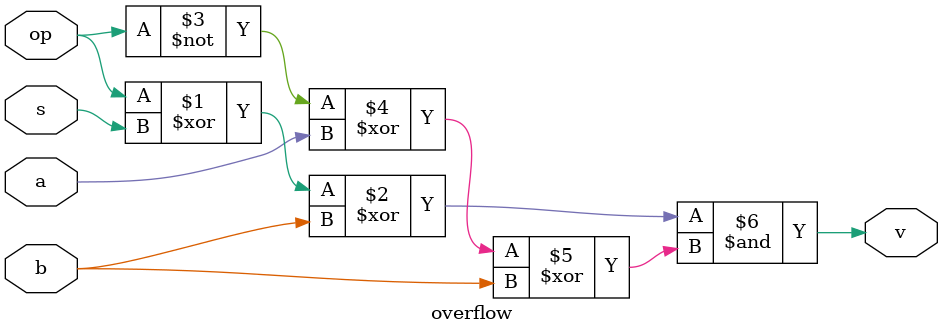
<source format=v>
`define STACK_VECTOR	32'h00000000
`define RESET_VECTOR	32'h00000004
`define NMI_VECTOR		32'h0000007C
`define IRQ_VECTOR		32'h00000064
`define TRAP_VECTOR		32'h00000080
`define TRAPV_VECTOR	32'h0000001C
`define TRACE_VECTOR	32'h00000024
`define BUS_ERR_VECTOR	32'h00000008
`define ILLEGAL_INSN	32'h00000010
`define PRIVILEGE_VIOLATION	32'h00000020

`define MISC	6'd0
`define JMP32		6'd32
`define JSR32		6'd33
`define RTS			6'd34
`define RTI			6'd35
`define TRACE_ON	6'd48
`define TRACE_OFF	6'd49
`define USER_MODE	6'd50
`define SET_IM		6'd51
`define RST			6'd52
`define STOP		6'd53
`define R		6'd1
`define ABS			6'd1
`define SGN			6'd2
`define NEG			6'd3
`define NOT			6'd4
`define EXTB		6'd5
`define EXTH		6'd6
`define UNLK		6'd24
`define MTSPR		6'd32
`define MFSPR		6'd33
`define MOV_CRn2CRn	6'd48
`define MOV_CRn2REG	6'd49
`define MOV_REG2CRn	6'd50
`define EXEC		6'd63
`define RR		6'd2
`define ADD			6'd4
`define SUB			6'd5
`define CMP			6'd6
`define AND			6'd8
`define OR			6'd9
`define EOR			6'd10
`define ANDC		6'd11
`define NAND		6'd12
`define NOR			6'd13
`define ENOR		6'd14
`define ORC			6'd15
`define SHL			6'd16
`define SHR			6'd17
`define ROL			6'd18
`define ROR			6'd19
`define JMP_RR		6'd20
`define JSR_RR		6'd21
`define MAX			6'd22
`define MIN			6'd23
`define MULU		6'd24
`define MULUH		6'd25
`define MULS		6'd26
`define MULSH		6'd27
`define DIVU		6'd28
`define DIVS		6'd29
`define MODU		6'd30
`define MODS		6'd31
`define LWX			6'd48
`define LHX			6'd49
`define LBX			6'd50
`define LHUX		6'd51
`define LBUX		6'd52
`define SWX			6'd56
`define SHX			6'd57
`define SBX			6'd58
`define BCDADD		6'd60
`define BCDSUB		6'd61
`define RRR		6'd3
`define ADDI	6'd4
`define SUBI	6'd5
`define CMPI	6'd6
`define ANDI	6'd8
`define ORI		6'd9
`define EORI	6'd10
`define MULUI	6'd12
`define MULSI	6'd13
`define DIVUI	6'd14
`define DIVSI	6'd15
`define Bcc		6'd16
`define BRA			4'd0
`define BRN			4'd1
`define BHI			4'd2
`define BLS			4'd3
`define BHS			4'd4
`define BLO			4'd5
`define BNE			4'd6
`define BEQ			4'd7
`define BVC			4'd8
`define BVS			4'd9
`define BPL			4'd10
`define BMI			4'd11
`define BGE			4'd12
`define BLT			4'd13
`define BGT			4'd14
`define BLE			4'd15
`define TRAPcc	6'd17
`define TRAP		4'd0
`define TRN			4'd1
`define THI			4'd2
`define TLS			4'd3
`define THS			4'd4
`define TLO			4'd5
`define TNE			4'd6
`define TEQ			4'd7
`define TVC			4'd8
`define TVS			4'd9
`define TPL			4'd10
`define TMI			4'd11
`define TGE			4'd12
`define TLT			4'd13
`define TGT			4'd14
`define TLE			4'd15
`define SETcc	6'd18
`define SET			4'd0
`define STN			4'd1
`define SHI			4'd2
`define SLS			4'd3
`define SHS			4'd4
`define SLO			4'd5
`define SNE			4'd6
`define SEQ			4'd7
`define SVC			4'd8
`define SVS			4'd9
`define SPL			4'd10
`define SMI			4'd11
`define SGE			4'd12
`define SLT			4'd13
`define SGT			4'd14
`define SLE			4'd15
`define CRxx	6'd19
`define ANDI_CCR	5'd8
`define ORI_CCR		5'd9
`define EORI_CCR	5'd10
`define CROR		10'd449
`define CRORC		10'd417
`define CRAND		10'd257
`define CRANDC		10'd129
`define CRXOR		10'd193
`define CRNOR		10'd33
`define CRNAND		10'd225
`define CRXNOR		10'd289
`define JMP		6'd20
`define JSR		6'd21

`define TAS		6'd46
`define LW		6'd48
`define LH		6'd49
`define LB		6'd50
`define LHU		6'd51
`define LBU		6'd52
`define POP		6'd53
`define LINK	6'd54
`define PEA		6'd55
`define SW		6'd56
`define SH		6'd57
`define SB		6'd58
`define PUSH	6'd59
`define NOP		6'd60

module KLC32(rst_i, clk_i, ipl_i, vpa_i, halt_i, inta_o, fc_o, rst_o, cyc_o, stb_o, ack_i, err_i, sel_o, we_o, adr_o, dat_i, dat_o);
parameter IFETCH = 8'd1;
parameter REGFETCHA = 8'd2;
parameter REGFETCHB = 8'd3;
parameter EXECUTE = 8'd4;
parameter MEMORY1 = 8'd5;
parameter MEMORY1_ACK = 8'd6;
parameter WRITEBACK = 8'd7;
parameter JSR1 = 8'd10;
parameter JSR2 = 8'd11;
parameter JSRShort = 8'd12;
parameter RTS = 8'd13;
parameter JMP = 8'd14;
parameter LOAD_SP = 8'd15;
parameter VECTOR = 8'd16;
parameter INTA = 8'd20;
parameter FETCH_VECTOR = 8'd21;
parameter TRAP1 = 8'd22;
parameter TRAP2 = 8'd23;
parameter TRAP3 = 8'd24;
parameter RTI1 = 8'd25;
parameter RTI2 = 8'd26;
parameter RTI3 = 8'd27;
parameter TRAP = 8'd28;
parameter RESET = 8'd29;
parameter JSR32 = 8'd30;
parameter JMP32 = 8'd31;
parameter WRITE_FLAGS = 8'd32;
parameter FETCH_IMM32 = 8'd33;
parameter REGFETCHC = 8'd34;
parameter PUSH1 = 8'd35;
parameter PUSH2 = 8'd36;
parameter PUSH3 = 8'd37;
parameter POP1 = 8'd38;
parameter POP2 = 8'd39;
parameter POP3 = 8'd40;
parameter LINK = 8'd41;
parameter UNLK = 8'd42;
parameter TAS = 8'd43;
parameter TAS2 = 8'd44;
parameter PEA = 8'd45;
parameter MULTDIV1 = 8'd49;
parameter MULTDIV2 = 8'd50;
parameter MULT1 = 8'd51;
parameter MULT2 = 8'd52;
parameter MULT3 = 8'd53;
parameter MULT4 = 8'd54;
parameter MULT5 = 8'd55;
parameter MULT6 = 8'd56;
parameter MULT7 = 8'd57;
parameter DIV1 = 8'd61;
parameter DIV2 = 8'd62;
input rst_i;
input clk_i;
input [2:0] ipl_i;
input vpa_i;
input halt_i;
output inta_o;
reg inta_o;
output [2:0] fc_o;
reg [2:0] fc_o;
output rst_o;
output cyc_o;
reg cyc_o;
output stb_o;
reg stb_o;
input ack_i;
input err_i;
output we_o;
reg we_o;
output [3:0] sel_o;
reg [3:0] sel_o;
output [31:0] adr_o;
reg [31:0] adr_o;
input [31:0] dat_i;
output [31:0] dat_o;
reg [31:0] dat_o;

reg cpu_clk_en;
reg clk_en;
wire clk;

reg [7:0] state;
reg [31:0] ir;
reg tf,sf;
reg [31:0] pc;
reg [31:0] usp,ssp;
reg [31:0] ctr;
wire [5:0] opcode=ir[31:26];
reg Rcbit;
reg [5:0] mopcode;
wire [5:0] func=ir[5:0];
wire [9:0] func1=ir[10:1];
wire [3:0] cond=ir[19:16];
wire [31:0] brdisp = {{16{ir[15]}},ir[15:2],2'b0};
reg [4:0] Rn;
reg [31:0] regfile [31:0];
wire [31:0] rfo1 = regfile[Rn];
wire [31:0] rfo = (Rn==5'd0) ? 32'd0 : (Rn==5'd31) ? (sf ? ssp : usp) : rfo1;
reg vf,nf,cf,zf;
reg xer_ov,xer_ca,xer_so;
reg [2:0] im;
reg [2:0] iplr;
reg [7:0] vecnum;
reg [31:0] vector;
reg [31:0] ea;
reg [15:0] rstsh;
assign rst_o = rstsh[15];
reg prev_nmi;
reg nmi_edge;
reg [31:0] sr1;
reg [31:0] tgt;
reg [31:0] a,b,c,imm,aa,bb;
wire signed [31:0] as = a;
wire signed [31:0] bs = b;
reg [31:0] res;
reg [3:0] cr0,cr1,cr2,cr3,cr4,cr5,cr6,cr7;
wire [31:0] cr = {cr7,cr6,cr5,cr4,cr3,cr2,cr1,cr0};
wire [31:0] sr = {tf,1'b0,sf,2'b00,im,16'd0};
reg [31:0] tick;
reg [31:0] be_addr;

reg [5:0] cnt;
reg [31:0] div_r0;
reg [31:0] div_q0;
reg [31:0] div_q,div_r;
wire [32:0] div_dif = div_r0 - bb;

wire IsSubi = opcode==`SUBI;
wire IsCmpi = opcode==`CMPI;
wire IsSub = opcode==`RR && func==`SUB;
wire IsCmp = opcode==`RR && func==`CMP;
wire IsNeg = opcode==`R && func==`NEG;
wire IsDivi = opcode==`DIVUI || opcode==`DIVSI;
wire IsDivu = opcode==`DIVUI || (opcode==`RR && (func==`DIVU || func==`MODU));
wire IsMult = opcode==`MULUI || opcode==`MULSI || (opcode==`RR && (func==`MULU || func==`MULS || func==`MULUH || func==`MULSH));
wire IsDiv = opcode==`DIVUI || opcode==`DIVSI || (opcode==`RR && (func==`DIVU || func==`DIVS || func==`MODU || func==`MODS));

wire hasConst16 = 
	opcode==`ADDI || opcode==`SUBI || opcode==`CMPI ||
	opcode==`ANDI || opcode==`ORI || opcode==`EORI ||
	opcode==`LW || opcode==`LH || opcode==`LB || opcode==`LHU || opcode==`LBU ||
	opcode==`SW || opcode==`SH || opcode==`SB ||
	opcode==`PEA || opcode==`TAS || opcode==`LINK
	;
wire isStop =
	opcode==`MISC && (func==`STOP)
	;

wire c_ri,c_rr;
wire v_ri,v_rr;
carry u1 (.op(IsSubi|IsCmpi), .a(a[31]), .b(imm[31]), .s(res[31]), .c(c_ri));
carry u2 (.op(IsSub|IsCmp|IsNeg), .a(a[31]), .b(b[31]), .s(res[31]), .c(c_rr));
overflow u3 (.op(IsSubi|IsCmpi), .a(a[31]), .b(imm[31]), .s(res[31]), .v(v_ri));
overflow u4 (.op(IsSub|IsCmp|IsNeg), .a(a[31]), .b(b[31]), .s(res[31]), .v(v_rr));

wire [7:0] bcdaddo,bcdsubo;
wire bcdaddc,bcdsubc;
BCDAdd u5 (.ci(cr0[0]),.a(a[7:0]),.b(b[7:0]),.o(bcdaddo),.c(bcdaddc));
BCDSub u6 (.ci(cr0[0]),.a(a[7:0]),.b(b[7:0]),.o(bcdsubo),.c(bcdsubc));

wire [63:0] shlo = {32'd0,a} << b[4:0];
wire [63:0] shro = {a,32'd0} >> b[4:0];

reg res_sgn;
wire [31:0] mp0 = aa[15:0] * bb[15:0];
wire [31:0] mp1 = aa[15:0] * bb[31:16];
wire [31:0] mp2 = aa[31:16] * bb[15:0];
wire [31:0] mp3 = aa[31:16] * bb[31:16];
reg [63:0] prod;
wire divByZero;

function GetCrBit;
input [4:0] Rn;
begin
	case(Rn[4:2])
	3'd0:	GetCrBit = cr0[Rn[1:0]];
	3'd1:	GetCrBit = cr1[Rn[1:0]];
	3'd2:	GetCrBit = cr2[Rn[1:0]];
	3'd3:	GetCrBit = cr3[Rn[1:0]];
	3'd4:	GetCrBit = cr4[Rn[1:0]];
	3'd5:	GetCrBit = cr5[Rn[1:0]];
	3'd6:	GetCrBit = cr6[Rn[1:0]];
	3'd7:	GetCrBit = cr7[Rn[1:0]];
	endcase
end
endfunction

function [3:0] GetCr;
input [2:0] Rn;
begin
	case(Rn)
	3'd0:	GetCr = cr0;
	3'd1:	GetCr = cr1;
	3'd2:	GetCr = cr2;
	3'd3:	GetCr = cr3;
	3'd4:	GetCr = cr4;
	3'd5:	GetCr = cr5;
	3'd6:	GetCr = cr6;
	3'd7:	GetCr = cr7;
	endcase
end
endfunction

wire [3:0] crc = GetCr(Rn[4:2]);
wire cr_zf = crc[2];
wire cr_nf = crc[3];
wire cr_cf = crc[0];
wire cr_vf = crc[1];

//-----------------------------------------------------------------------------
// Clock control
// - reset or NMI reenables the clock
// - this circuit must be under the clk_i domain
//-----------------------------------------------------------------------------
//
//BUFGCE u20 (.CE(cpu_clk_en), .I(clk_i), .O(clk) );

always @(posedge clk_i)
if (rst_i) begin
	cpu_clk_en <= 1'b1;
end
else begin
	if (ipl_i==3'd7)
		cpu_clk_en <= 1'b1;
	else
		cpu_clk_en <= clk_en;
end


//-----------------------------------------------------------------------------
//-----------------------------------------------------------------------------

always @(posedge clk)
if (rst_i) begin
	prev_nmi <= 1'b0;
	nmi_edge <= 1'b0;
	state <= RESET;
	im <= 3'b111;
	sf <= 1'b1;
	tf <= 1'b0;
	inta_o <= 1'b0;
	cyc_o <= 1'b0;
	stb_o <= 1'b0;
	sel_o <= 4'b0000;
	we_o <= 1'b0;
	clk_en <= 1'b1;
	tick <= 32'd0;
	rstsh <= 16'hFFFF;
end
else begin
tick <= tick + 32'd1;
clk_en <= 1'b1;
rstsh <= {rstsh,1'b0};
prev_nmi <= ipl_i==3'd7;
if (!prev_nmi && (ipl_i==3'd7))
	nmi_edge <= 1'b1;

case(state)
EXECUTE:
	begin
		state <= WRITEBACK;
		case(opcode)
		`R:
			begin
				case(func)
				`ABS:	res <= a[31] ? -a : a;
				`SGN:	res <= a[31] ? 32'hFFFFFFFF : |a;
				`NEG:	res <= -a;
				`NOT:	res <= ~a;
				`EXTB:	res <= {{24{a[7]}},a[7:0]};
				`EXTH:	res <= {{16{a[15]}},a[15:0]};
				`MFSPR:
					casex(ir[25:21])
					5'b00xxx:	res <= GetCr(ir[23:21]);
					5'b01000:	res <= cr;
					5'b01001:	res <= usp;
					5'b01010:	
							if (!sf) begin
								vector <= `PRIVILEGE_VIOLATION;
								state <= TRAP;
							end
							else begin
								res <= im;
							end
					5'b01011:	res <= be_addr;
					5'b01111:	res <= tick;
					endcase
				`MTSPR:
					casex(ir[20:16])
					5'b00xxx:	// MTSPR CRn,Rn
						begin
							state <= IFETCH;
							case(ir[18:16])
							3'd0:	cr0 <= a[3:0];
							3'd1:	cr1 <= a[3:0];
							3'd2:	cr2 <= a[3:0];
							3'd3:	cr3 <= a[3:0];
							3'd4:	cr4 <= a[3:0];
							3'd5:	cr5 <= a[3:0];
							3'd6:	cr6 <= a[3:0];
							3'd7:	cr7 <= a[3:0];
							endcase
						end
					5'b01000:	// MTSPR CR,Rn
						begin
							state <= IFETCH;
							cr0 <= a[3:0];
							cr1 <= a[7:4];
							cr2 <= a[11:8];
							cr3 <= a[15:12];
							cr4 <= a[19:16];
							cr5 <= a[23:20];
							cr6 <= a[27:24];
							cr7 <= a[31:28];
						end
					5'b01001:	usp <= a;	// MTSPR USP,Rn
					5'b01010:
							if (!sf) begin
								vector <= `PRIVILEGE_VIOLATION;
								state <= TRAP;
							end
							else begin
								im <= a[2:0];
								state <= IFETCH;
							end
					endcase
				`EXEC:
					begin
					ir <= a;
					Rn <= a[25:21];
					state <= REGFETCHA;
					end
				`MOV_CRn2CRn:
					begin
					state <= IFETCH;
					case(ir[18:16])
					3'd0:	cr0 <= GetCr(ir[23:21]);
					3'd1:	cr1 <= GetCr(ir[23:21]);
					3'd2:	cr2 <= GetCr(ir[23:21]);
					3'd3:	cr3 <= GetCr(ir[23:21]);
					3'd4:	cr4 <= GetCr(ir[23:21]);
					3'd5:	cr5 <= GetCr(ir[23:21]);
					3'd6:	cr6 <= GetCr(ir[23:21]);
					3'd7:	cr7 <= GetCr(ir[23:21]);
					endcase
					end
				default:	res <= 32'd0;
				endcase
			end
		`RR:
			begin
				case(func)
				`ADD:	res <= a + b;
				`SUB:	res <= a - b;
				`CMP:	res <= a - b;
				`AND:	res <= a & b;
				`ANDC:	res <= a & ~b;
				`OR:	res <= a | b;
				`ORC:	res <= a | ~b;
				`EOR:	res <= a ^ b;
				`NAND:	res <= ~(a & b);
				`NOR:	res <= ~(a | b);
				`ENOR:	res <= ~(a ^ b);
				`SHL:	res <= shlo[31: 0];
				`SHR:	res <= shro[63:32];
				`ROL:	res <= shlo[31:0]|shlo[63:32];
				`ROR:	res <= shro[31:0]|shro[63:32];
				`MIN:	res <= as < bs ? as : bs;
				`MAX:	res <= as < bs ? bs : as;
				`BCDADD:	res <= bcdaddo;
				`BCDSUB:	res <= bcdsubo;
				default:	res <= 32'd0;
				endcase
				if (func==`JMP_RR) begin
					pc <= a + b;
					pc[1:0] <= 2'b00;
					state <= IFETCH;
				end
				else if (func==`JSR_RR) begin
					tgt <= a + b;
					tgt[1:0] <= 2'b00;
					state <= JSR1;
				end
				case(func)
				`LWX:	begin ea <= a + b; mopcode <= `LW; state <= MEMORY1; end
				`LHX:	begin ea <= a + b; mopcode <= `LH; state <= MEMORY1; end
				`LHUX:	begin ea <= a + b; mopcode <= `LHU; state <= MEMORY1; end
				`LBX:	begin ea <= a + b; mopcode <= `LB; state <= MEMORY1; end
				`LBUX:	begin ea <= a + b; mopcode <= `LBU; state <= MEMORY1; end
				`SBX:	begin ea <= a + b; mopcode <= `SB; b <= c; state <= MEMORY1; end
				`SHX:	begin ea <= a + b; mopcode <= `SH; b <= c; state <= MEMORY1; end
				`SWX:	begin ea <= a + b; mopcode <= `SW; b <= c; state <= MEMORY1; end

				`MULU:	state <= MULTDIV1;
				`MULS:	state <= MULTDIV1;
				`MULUH:	state <= MULTDIV1;
				`MULSH:	state <= MULTDIV1;
				`DIVU:	state <= MULTDIV1;
				`DIVS:  state <= MULTDIV1;
				`MODU:	state <= MULTDIV1;
				`MODS:	state <= MULTDIV1;
				endcase
			end
		`SETcc:
			begin
				case(cond)
				`SET:	res <= 32'd1;
				`SEQ:	res <=  cr_zf;
				`SNE:	res <= !cr_zf;
				`SMI:	res <= ( cr_nf);
				`SPL:	res <= (!cr_zf);
				`SHI:	res <= (!cr_cf & !cr_zf);
				`SLS:	res <= (cf |zf);
				`SHS:	res <= (!cr_cf);
				`SLO:	res <= ( cr_cf);
				`SGT:	res <= ((cr_nf & cr_vf & !cr_zf)|(!cr_nf & !cr_vf & !cr_zf));
				`SLE:	res <= (cr_zf | (cr_nf & !cr_vf) | (!cr_nf & cr_vf));
				`SGE:	res <= ((cr_nf & cr_vf)|(!cr_nf & !cr_vf));
				`SLT:	res <= ((cr_nf & !cr_vf)|(!cr_nf & cr_vf));
				`SVS:	res <= ( cr_vf);
				`SVC:	res <= (!cr_vf);
				endcase
			end
		`ADDI:	res <= a + imm;
		`SUBI:	res <= a - imm;
		`CMPI:	res <= a - imm;
		`ANDI:	res <= a & imm;
		`ORI:	res <= a | imm;
		`EORI:	res <= a ^ imm;
/*
			case(ir[20:16])
			`ORI_CCR:
				begin
					state <= IFETCH;
					cr0 <= cr0 | imm[3:0];
					cr1 <= cr1 | imm[7:4];
					cr2 <= cr2 | imm[11:8];
					cr3 <= cr3 | imm[15:12];
					cr4 <= cr4 | imm[19:16];
					cr5 <= cr5 | imm[23:20];
					cr6 <= cr6 | imm[27:24];
					cr7 <= cr7 | imm[31:28];
				end
			`ANDI_CCR:
				begin
					state <= IFETCH;
					cr0 <= cr0 & imm[3:0];
					cr1 <= cr1 & imm[7:4];
					cr2 <= cr2 & imm[11:8];
					cr3 <= cr3 & imm[15:12];
					cr4 <= cr4 & imm[19:16];
					cr5 <= cr5 & imm[23:20];
					cr6 <= cr6 & imm[27:24];
					cr7 <= cr7 & imm[31:28];
				end
			`EORI_CCR:
				begin
					state <= IFETCH;
					cr0 <= cr0 ^ imm[3:0];
					cr1 <= cr1 ^ imm[7:4];
					cr2 <= cr2 ^ imm[11:8];
					cr3 <= cr3 ^ imm[15:12];
					cr4 <= cr4 ^ imm[19:16];
					cr5 <= cr5 ^ imm[23:20];
					cr6 <= cr6 ^ imm[27:24];
					cr7 <= cr7 ^ imm[31:28];
				end
			endcase
*/
		`LINK:	state <= LINK;
		`MULUI:	state <= MULTDIV1;
		`MULSI:	state <= MULTDIV1;
		`DIVUI:	state <= MULTDIV1;
		`DIVSI:	state <= MULTDIV1;
		default:	res <= 32'd0;
		endcase
		case(opcode)
		`TAS:	begin ea <= a + imm; mopcode <= opcode; state <= TAS; end
		`LW:	begin ea <= a + imm; mopcode <= opcode; state <= MEMORY1; end
		`LH:	begin ea <= a + imm; mopcode <= opcode; state <= MEMORY1; end
		`LB:	begin ea <= a + imm; mopcode <= opcode; state <= MEMORY1; end
		`LHU:	begin ea <= a + imm; mopcode <= opcode; state <= MEMORY1; end
		`LBU:	begin ea <= a + imm; mopcode <= opcode; state <= MEMORY1; end
		`SW:	begin ea <= a + imm; mopcode <= opcode; state <= MEMORY1; end
		`SH:	begin ea <= a + imm; mopcode <= opcode; state <= MEMORY1; end
		`SB:	begin ea <= a + imm; mopcode <= opcode; state <= MEMORY1; end
		`PEA:	begin ea <= a + imm; mopcode <= opcode; state <= PEA; end
		default:	ea <= 32'd0;
		endcase
	end
LOAD_SP:
	if (!cyc_o) begin
		fc_o <= {sf,2'b01};
		cyc_o <= 1'b1;
		stb_o <= 1'b1;
		sel_o <= 4'b1111;
		adr_o <= vector;
	end
	else if (ack_i) begin
		cyc_o <= 1'b0;
		stb_o <= 1'b0;
		sel_o <= 4'b0000;
		ssp[31:2] <= dat_i[31:2];
		ssp[1:0] <= 2'b00;
		vector <= `RESET_VECTOR;
		state <= VECTOR;
	end
	// Pointless to check for bus error here
VECTOR:
	if (!cyc_o) begin
		fc_o <= {sf,2'b01};
		cyc_o <= 1'b1;
		stb_o <= 1'b1;
		sel_o <= 4'b1111;
		adr_o <= vector;
	end
	else if (ack_i) begin
		cyc_o <= 1'b0;
		stb_o <= 1'b0;
		sel_o <= 4'b0000;
		pc[31:2] <= dat_i[31:2];
		pc[1:0] <= 2'b00;
		state <= IFETCH;
	end
IFETCH:
	if (!cyc_o) begin
		if (halt_i) begin
			// empty - do nothing until non-halted
		end
		else if (nmi_edge) begin
			sr1 <= sr;
			im <= ipl_i;
			tf <= 1'b0;
			sf <= 1'b1;
			iplr <= ipl_i;
			state <= INTA;
			nmi_edge <= 1'b0;
		end
		else if (ipl_i > im) begin
			sr1 <= sr;
			im <= ipl_i;
			tf <= 1'b0;
			sf <= 1'b1;
			iplr <= ipl_i;
			state <= INTA;
		end
		else if (tf) begin
			sr1 <= sr;
			tf <= 1'b0;
			sf <= 1'b1;
			vector <= `TRACE_VECTOR;
			state <= TRAP;
		end
		else begin
			fc_o <= {sf,2'b10};
			cyc_o <= 1'b1;
			stb_o <= 1'b1;
			sel_o <= 4'b1111;
			adr_o <= pc;
		end
	end
	else if (ack_i) begin
		cyc_o <= 1'b0;
		stb_o <= 1'b0;
		pc <= pc + 32'd4;
		ir <= dat_i;
		Rn <= dat_i[25:21];
		state <= REGFETCHA;
	end
REGFETCHA:
	begin
		Rcbit <= 1'b0;
		a <= rfo;
		b <= 32'd0;
		Rn <= ir[20:16];
		// RIX format ?
		if (hasConst16 && ir[15:0]==16'h8000)
			state <= FETCH_IMM32;
		else begin
			case(opcode)
			`ANDI:	imm <= {16'hFFFF,ir[15:0]};
			`ORI:	imm <= {16'h0000,ir[15:0]};
			`EORI:	imm <= {16'h0000,ir[15:0]};
			default:	imm <= {{16{ir[15]}},ir[15:0]};
			endcase
			state <= EXECUTE;
		end
		case(opcode)
		`MISC:
			case(func)
			`TRACE_ON:
					if (!sf) begin
						vector <= `PRIVILEGE_VIOLATION;
						state <= TRAP;
					end
					else begin
						tf <= 1'b1;
						state <= IFETCH;
					end
			`TRACE_OFF:
					if (!sf) begin
						vector <= `PRIVILEGE_VIOLATION;
						state <= TRAP;
					end
					else begin
						tf <= 1'b0;
						state <= IFETCH;
					end
			`SET_IM:
					if (!sf) begin
						vector <= `PRIVILEGE_VIOLATION;
						state <= TRAP;
					end
					else begin
						im <= ir[2:0];
						state <= IFETCH;
					end
			`USER_MODE: begin sf <= 1'b0; state <= IFETCH; end
			`JMP32:	state <= JMP32;
			`JSR32:	state <= JSR32;
			`RTS: state <= RTS;
			`RTI:
				if (!sf) begin
					vector <= `PRIVILEGE_VIOLATION;
					state <= TRAP;
				end
				else
					state <= RTI1;
			`RST:
				if (!sf) begin
					vector <= `PRIVILEGE_VIOLATION;
					state <= TRAP;
				end
				else begin
					rstsh <= 16'hFFFF;
					state <= IFETCH;
				end
			`STOP:
				if (!sf) begin
					vector <= `PRIVILEGE_VIOLATION;
					state <= TRAP;
				end
				else begin
					im <= ir[8:6];
					tf <= ir[9];
					sf <= ir[10];
					clk_en <= 1'b0;
					state <= IFETCH;
				end
			default:
				begin
				vector <= `ILLEGAL_INSN;
				state <= TRAP;
				end
			endcase

		`R:
			begin
				Rcbit <= ir[6];
				case(func)
				`UNLK:	state <= UNLK;
				`ABS,`SGN,`NEG,`NOT,
				`EXTB,`EXTH,
				`MFSPR,`MTSPR,
				`MOV_CRn2CRn,
				`EXEC:
					;
				default:
					begin
					vector <= `ILLEGAL_INSN;
					state <= TRAP;
					end
				endcase
			end

		`NOP: state <= IFETCH;
		`JSR: begin tgt <= {pc[31:26],ir[25:2],2'b00}; state <= JSR1; end
		`JMP: begin pc[25:2] <= ir[25:2]; state <= IFETCH; end
		`Bcc:
			case(cond)
			`BRA:	begin pc <= pc + brdisp; state <= IFETCH; end
			`BRN:	begin state <= IFETCH; end
			`BEQ:	begin if ( cr_zf) pc <= pc + brdisp; state <= IFETCH; end
			`BNE:	begin if (!cr_zf) pc <= pc + brdisp; state <= IFETCH; end
			`BMI:	begin if ( cr_nf) pc <= pc + brdisp; state <= IFETCH; end
			`BPL:	begin if (!cr_zf) pc <= pc + brdisp; state <= IFETCH; end
			`BHI:	begin if (!cr_cf & !cr_zf) pc <= pc + brdisp; state <= IFETCH; end
			`BLS:	begin if (cf |zf) pc <= pc + brdisp; state <= IFETCH; end
			`BHS:	begin if (!cr_cf) pc <= pc + brdisp; state <= IFETCH; end
			`BLO:	begin if ( cr_cf) pc <= pc + brdisp; state <= IFETCH; end
			`BGT:	begin if ((cr_nf & cr_vf & !cr_zf)|(!cr_nf & !cr_vf & !cr_zf)) pc <= pc + brdisp; state <= IFETCH; end
			`BLE:	begin if (cr_zf | (cr_nf & !cr_vf) | (!cr_nf & cr_vf)) pc <= pc + brdisp; state <= IFETCH; end
			`BGE:	begin if ((cr_nf & cr_vf)|(!cr_nf & !cr_vf)) pc <= pc + brdisp; state <= IFETCH; end
			`BLT:	begin if ((cr_nf & !cr_vf)|(!cr_nf & cr_vf)) pc <= pc + brdisp; state <= IFETCH; end
			`BVS:	begin if ( cr_vf) pc <= pc + brdisp; state <= IFETCH; end
			`BVC:	begin if (!cr_vf) pc <= pc + brdisp; state <= IFETCH; end
			endcase
		`TRAPcc:
			case(cond)
			`TRAP:	begin vector <= `TRAP_VECTOR + {ir[3:0],2'b00}; state <= TRAP; end
			`TEQ:	begin if ( cr_zf) begin vector <= `TRAP_VECTOR; state <= TRAP; end else state <= IFETCH; end
			`TNE:	begin if (!cr_zf) begin vector <= `TRAP_VECTOR; state <= TRAP; end else state <= IFETCH; end
			`TMI:	begin if ( cr_nf) begin vector <= `TRAP_VECTOR; state <= TRAP; end else state <= IFETCH; end
			`TPL:	begin if (!cr_zf) begin vector <= `TRAP_VECTOR; state <= TRAP; end else state <= IFETCH; end
			`THI:	begin if (!cr_cf & !cr_zf) begin vector <= `TRAP_VECTOR; state <= TRAP; end else state <= IFETCH; end
			`TLS:	begin if (cf |zf) begin vector <= `TRAP_VECTOR; state <= TRAP; end else state <= IFETCH; end
			`THS:	begin if (!cr_cf) begin vector <= `TRAP_VECTOR; state <= TRAP; end else state <= IFETCH; end
			`TLO:	begin if ( cr_cf) begin vector <= `TRAP_VECTOR; state <= TRAP; end else state <= IFETCH; end
			`TGT:	begin if ((cr_nf & cr_vf & !cr_zf)|(!cr_nf & !cr_vf & !cr_zf)) begin vector <= `TRAP_VECTOR; state <= TRAP; end else state <= IFETCH; end
			`TLE:	begin if (cr_zf | (cr_nf & !cr_vf) | (!cr_nf & cr_vf)) begin vector <= `TRAP_VECTOR; state <= TRAP; end else state <= IFETCH; end
			`TGE:	begin if ((cr_nf & cr_vf)|(!cr_nf & !cr_vf)) begin vector <= `TRAP_VECTOR; state <= TRAP; end else state <= IFETCH; end
			`TLT:	begin if ((cr_nf & !cr_vf)|(!cr_nf & cr_vf)) begin vector <= `TRAP_VECTOR; state <= TRAP; end else state <= IFETCH; end
			`TVS:	begin if ( cr_vf) begin vector <= `TRAPV_VECTOR; state <= TRAP; end else state <= IFETCH; end
			`TVC:	begin if (!cr_vf) begin vector <= `TRAPV_VECTOR; state <= TRAP; end else state <= IFETCH; end
			endcase
		`SETcc:	Rn <= ir[15:11];
		`PUSH:	state <= PUSH1;
		`POP:	state <= POP1;

		`RR:
			begin
				state <= REGFETCHB;
				Rcbit <= ir[6];
				case(func)
				`JSR_RR,`JMP_RR,
				`ADD,`SUB,`CMP,
				`BCDADD,`BCDSUB,
				`AND,`OR,`EOR,`NAND,`NOR,`ENOR,
				`SHL,`SHR,`ROL,`ROR,
				`MULU,`MULS,`MULUH,`MULSH,`DIVU,`DIVS,`MODU,`MODS,
				`LWX,`LHX,`LBX,`LHUX,`LBUX,`SWX,`SHX,`SBX,
				`MIN,`MAX:
					;
				default:
					begin
					vector <= `ILLEGAL_INSN;
					state <= TRAP;
					end
				endcase
			end
			
		`RRR:
			state <= REGFETCHB;

		`CRxx:
			case(func1)
			`CROR:
				begin
					state <= IFETCH;
					case(ir[15:13])
					3'd0:	cr0[ir[12:11]] <= GetCrBit(ir[25:21])| GetCrBit(ir[20:16]);
					3'd1:	cr1[ir[12:11]] <= GetCrBit(ir[25:21])| GetCrBit(ir[20:16]);
					3'd2:	cr2[ir[12:11]] <= GetCrBit(ir[25:21])| GetCrBit(ir[20:16]);
					3'd3:	cr3[ir[12:11]] <= GetCrBit(ir[25:21])| GetCrBit(ir[20:16]);
					3'd4:	cr4[ir[12:11]] <= GetCrBit(ir[25:21])| GetCrBit(ir[20:16]);
					3'd5:	cr5[ir[12:11]] <= GetCrBit(ir[25:21])| GetCrBit(ir[20:16]);
					3'd6:	cr6[ir[12:11]] <= GetCrBit(ir[25:21])| GetCrBit(ir[20:16]);
					3'd7:	cr7[ir[12:11]] <= GetCrBit(ir[25:21])| GetCrBit(ir[20:16]);
					endcase
				end
			`CRORC:
				begin
					state <= IFETCH;
					case(ir[15:13])
					3'd0:	cr0[ir[12:11]] <= GetCrBit(ir[25:21])| ~GetCrBit(ir[20:16]);
					3'd1:	cr1[ir[12:11]] <= GetCrBit(ir[25:21])| ~GetCrBit(ir[20:16]);
					3'd2:	cr2[ir[12:11]] <= GetCrBit(ir[25:21])| ~GetCrBit(ir[20:16]);
					3'd3:	cr3[ir[12:11]] <= GetCrBit(ir[25:21])| ~GetCrBit(ir[20:16]);
					3'd4:	cr4[ir[12:11]] <= GetCrBit(ir[25:21])| ~GetCrBit(ir[20:16]);
					3'd5:	cr5[ir[12:11]] <= GetCrBit(ir[25:21])| ~GetCrBit(ir[20:16]);
					3'd6:	cr6[ir[12:11]] <= GetCrBit(ir[25:21])| ~GetCrBit(ir[20:16]);
					3'd7:	cr7[ir[12:11]] <= GetCrBit(ir[25:21])| ~GetCrBit(ir[20:16]);
					endcase
				end
			`CRAND:
				begin
					state <= IFETCH;
					case(ir[15:13])
					3'd0:	cr0[ir[12:11]] <= GetCrBit(ir[25:21])& GetCrBit(ir[20:16]);
					3'd1:	cr1[ir[12:11]] <= GetCrBit(ir[25:21])& GetCrBit(ir[20:16]);
					3'd2:	cr2[ir[12:11]] <= GetCrBit(ir[25:21])& GetCrBit(ir[20:16]);
					3'd3:	cr3[ir[12:11]] <= GetCrBit(ir[25:21])& GetCrBit(ir[20:16]);
					3'd4:	cr4[ir[12:11]] <= GetCrBit(ir[25:21])& GetCrBit(ir[20:16]);
					3'd5:	cr5[ir[12:11]] <= GetCrBit(ir[25:21])& GetCrBit(ir[20:16]);
					3'd6:	cr6[ir[12:11]] <= GetCrBit(ir[25:21])& GetCrBit(ir[20:16]);
					3'd7:	cr7[ir[12:11]] <= GetCrBit(ir[25:21])& GetCrBit(ir[20:16]);
					endcase
				end
			`CRANDC:
				begin
					state <= IFETCH;
					case(ir[15:13])
					3'd0:	cr0[ir[12:11]] <= GetCrBit(ir[25:21])& ~GetCrBit(ir[20:16]);
					3'd1:	cr1[ir[12:11]] <= GetCrBit(ir[25:21])& ~GetCrBit(ir[20:16]);
					3'd2:	cr2[ir[12:11]] <= GetCrBit(ir[25:21])& ~GetCrBit(ir[20:16]);
					3'd3:	cr3[ir[12:11]] <= GetCrBit(ir[25:21])& ~GetCrBit(ir[20:16]);
					3'd4:	cr4[ir[12:11]] <= GetCrBit(ir[25:21])& ~GetCrBit(ir[20:16]);
					3'd5:	cr5[ir[12:11]] <= GetCrBit(ir[25:21])& ~GetCrBit(ir[20:16]);
					3'd6:	cr6[ir[12:11]] <= GetCrBit(ir[25:21])& ~GetCrBit(ir[20:16]);
					3'd7:	cr7[ir[12:11]] <= GetCrBit(ir[25:21])& ~GetCrBit(ir[20:16]);
					endcase
				end
			`CRXOR:
				begin
					state <= IFETCH;
					case(ir[15:13])
					3'd0:	cr0[ir[12:11]] <= GetCrBit(ir[25:21])^ GetCrBit(ir[20:16]);
					3'd1:	cr1[ir[12:11]] <= GetCrBit(ir[25:21])^ GetCrBit(ir[20:16]);
					3'd2:	cr2[ir[12:11]] <= GetCrBit(ir[25:21])^ GetCrBit(ir[20:16]);
					3'd3:	cr3[ir[12:11]] <= GetCrBit(ir[25:21])^ GetCrBit(ir[20:16]);
					3'd4:	cr4[ir[12:11]] <= GetCrBit(ir[25:21])^ GetCrBit(ir[20:16]);
					3'd5:	cr5[ir[12:11]] <= GetCrBit(ir[25:21])^ GetCrBit(ir[20:16]);
					3'd6:	cr6[ir[12:11]] <= GetCrBit(ir[25:21])^ GetCrBit(ir[20:16]);
					3'd7:	cr7[ir[12:11]] <= GetCrBit(ir[25:21])^ GetCrBit(ir[20:16]);
					endcase
				end
			`CRNOR:
				begin
					state <= IFETCH;
					case(ir[15:13])
					3'd0:	cr0[ir[12:11]] <= ~(GetCrBit(ir[25:21])| GetCrBit(ir[20:16]));
					3'd1:	cr1[ir[12:11]] <= ~(GetCrBit(ir[25:21])| GetCrBit(ir[20:16]));
					3'd2:	cr2[ir[12:11]] <= ~(GetCrBit(ir[25:21])| GetCrBit(ir[20:16]));
					3'd3:	cr3[ir[12:11]] <= ~(GetCrBit(ir[25:21])| GetCrBit(ir[20:16]));
					3'd4:	cr4[ir[12:11]] <= ~(GetCrBit(ir[25:21])| GetCrBit(ir[20:16]));
					3'd5:	cr5[ir[12:11]] <= ~(GetCrBit(ir[25:21])| GetCrBit(ir[20:16]));
					3'd6:	cr6[ir[12:11]] <= ~(GetCrBit(ir[25:21])| GetCrBit(ir[20:16]));
					3'd7:	cr7[ir[12:11]] <= ~(GetCrBit(ir[25:21])| GetCrBit(ir[20:16]));
					endcase
				end
			`CRNAND:
				begin
					state <= IFETCH;
					case(ir[15:13])
					3'd0:	cr0[ir[12:11]] <= ~(GetCrBit(ir[25:21])& GetCrBit(ir[20:16]));
					3'd1:	cr1[ir[12:11]] <= ~(GetCrBit(ir[25:21])& GetCrBit(ir[20:16]));
					3'd2:	cr2[ir[12:11]] <= ~(GetCrBit(ir[25:21])& GetCrBit(ir[20:16]));
					3'd3:	cr3[ir[12:11]] <= ~(GetCrBit(ir[25:21])& GetCrBit(ir[20:16]));
					3'd4:	cr4[ir[12:11]] <= ~(GetCrBit(ir[25:21])& GetCrBit(ir[20:16]));
					3'd5:	cr5[ir[12:11]] <= ~(GetCrBit(ir[25:21])& GetCrBit(ir[20:16]));
					3'd6:	cr6[ir[12:11]] <= ~(GetCrBit(ir[25:21])& GetCrBit(ir[20:16]));
					3'd7:	cr7[ir[12:11]] <= ~(GetCrBit(ir[25:21])& GetCrBit(ir[20:16]));
					endcase
				end
			`CRXNOR:
				begin
					state <= IFETCH;
					case(ir[15:13])
					3'd0:	cr0[ir[12:11]] <= ~(GetCrBit(ir[25:21])^ GetCrBit(ir[20:16]));
					3'd1:	cr1[ir[12:11]] <= ~(GetCrBit(ir[25:21])^ GetCrBit(ir[20:16]));
					3'd2:	cr2[ir[12:11]] <= ~(GetCrBit(ir[25:21])^ GetCrBit(ir[20:16]));
					3'd3:	cr3[ir[12:11]] <= ~(GetCrBit(ir[25:21])^ GetCrBit(ir[20:16]));
					3'd4:	cr4[ir[12:11]] <= ~(GetCrBit(ir[25:21])^ GetCrBit(ir[20:16]));
					3'd5:	cr5[ir[12:11]] <= ~(GetCrBit(ir[25:21])^ GetCrBit(ir[20:16]));
					3'd6:	cr6[ir[12:11]] <= ~(GetCrBit(ir[25:21])^ GetCrBit(ir[20:16]));
					3'd7:	cr7[ir[12:11]] <= ~(GetCrBit(ir[25:21])^ GetCrBit(ir[20:16]));
					endcase
				end
			default:
				begin
				vector <= `ILLEGAL_INSN;
				state <= TRAP;
				end
			endcase
		`ADDI,`SUBI,`CMPI,
		`ANDI,`ORI,`EORI,
		`MULUI,`MULSI,`DIVUI,`DIVSI,
		`PEA,`LINK,`TAS,
		`LB,`LH,`LW,`LBU,`LHU:
			;	/* do nothing at this point */
		`SB,`SH,`SW:
			state <= REGFETCHB;
		default:
			begin
			vector <= `ILLEGAL_INSN;
			state <= TRAP;
			end
		endcase
	end

REGFETCHB:
	begin
		b <= rfo;
		Rn <= ir[15:11];
		if (opcode==`RRR || (opcode==`RR && (func==`SWX||func==`SHX||func==`SBX)))
			state <= REGFETCHC;
		else begin
			// RIX format ?
			if (hasConst16 && ir[15:0]==16'h8000)
				state <= FETCH_IMM32;
			else begin
				case(opcode)
				`ANDI:	imm <= {16'hFFFF,ir[15:0]};
				`ORI:	imm <= {16'h0000,ir[15:0]};
				`EORI:	imm <= {16'h0000,ir[15:0]};
				default:	imm <= {{16{ir[15]}},ir[15:0]};
				endcase
				state <= EXECUTE;
			end
		end
	end
REGFETCHC:
	begin
		c <= rfo;
		Rn <= ir[10:6];
		state <= EXECUTE;
	end

FETCH_IMM32:
	if (!cyc_o) begin
		fc_o <= {sf,2'b10};
		cyc_o <= 1'b1;
		stb_o <= 1'b1;
		sel_o <= 4'b1111;
		adr_o <= pc;
	end
	else if (ack_i) begin
		cyc_o <= 1'b0;
		stb_o <= 1'b0;
		sel_o <= 4'b0000;
		imm <= dat_i;
		pc <= pc + 32'd4;
		state <= EXECUTE;
	end

MEMORY1:
	begin
		case(mopcode)
		`LW:	begin
				fc_o <= {sf,2'b01};
				cyc_o <= 1'b1;
				stb_o <= 1'b1;
				sel_o <= 4'b1111;
				adr_o <= ea;
				state <= MEMORY1_ACK;
				end
		`LH,`LHU:
				begin
				fc_o <= {sf,2'b01};
				cyc_o <= 1'b1;
				stb_o <= 1'b1;
				sel_o <= ea[1] ? 4'b1100 : 4'b0011;
				adr_o <= ea;
				state <= MEMORY1_ACK;
				end
		`LB,`LBU:
				begin
				fc_o <= {sf,2'b01};
				cyc_o <= 1'b1;
				stb_o <= 1'b1;
				case(ea[1:0])
				2'd0:	sel_o <= 4'b0001;
				2'd1:	sel_o <= 4'b0010;
				2'd2:	sel_o <= 4'b0100;
				2'd3:	sel_o <= 4'b1000;
				endcase
				adr_o <= ea;
				state <= MEMORY1_ACK;
				end
		`SW:	begin
				fc_o <= {sf,2'b01};
				cyc_o <= 1'b1;
				stb_o <= 1'b1;
				we_o <= 1'b1;
				sel_o <= 4'b1111;
				adr_o <= ea;
				dat_o <= b;
				state <= MEMORY1_ACK;
				end
		`SH:	begin
				fc_o <= {sf,2'b01};
				cyc_o <= 1'b1;
				stb_o <= 1'b1;
				we_o <= 1'b1;
				sel_o <= ea[1] ? 4'b1100 : 4'b0011;
				adr_o <= ea;
				dat_o <= {2{b[15:0]}};
				state <= MEMORY1_ACK;
				end
		`SB:	begin
				fc_o <= {sf,2'b01};
				cyc_o <= 1'b1;
				stb_o <= 1'b1;
				we_o <= 1'b1;
				case(ea[1:0])
				2'd0:	sel_o <= 4'b0001;
				2'd1:	sel_o <= 4'b0010;
				2'd2:	sel_o <= 4'b0100;
				2'd3:	sel_o <= 4'b1000;
				endcase
				adr_o <= ea;
				dat_o <= {4{b[7:0]}};
				state <= MEMORY1_ACK;
				end
		endcase
	end
MEMORY1_ACK:
	if (ack_i) begin
		case(mopcode)
		`LW:	begin
				cyc_o <= 1'b0;
				stb_o <= 1'b0;
				sel_o <= 4'b0000;
				res <= dat_i;
				state <= WRITEBACK;
				end
		`LH:	begin
				cyc_o <= 1'b0;
				stb_o <= 1'b0;
				sel_o <= 4'b0000;
				if (sel_o==4'b0011)
					res <= {{16{dat_i[15]}},dat_i[15:0]};
				else
					res <= {{16{dat_i[31]}},dat_i[31:16]};
				state <= WRITEBACK;
				end
		`LHU:	begin
				cyc_o <= 1'b0;
				stb_o <= 1'b0;
				sel_o <= 4'b0000;
				if (sel_o==4'b0011)
					res <= {16'd0,dat_i[15:0]};
				else
					res <= {16'd0,dat_i[31:16]};
				state <= WRITEBACK;
				end
		`LB:	begin
				cyc_o <= 1'b0;
				stb_o <= 1'b0;
				sel_o <= 4'b0000;
				case(sel_o)
				4'b0001:	res <= {{24{dat_i[7]}},dat_i[7:0]};
				4'b0010:	res <= {{24{dat_i[15]}},dat_i[15:8]};
				4'b0100:	res <= {{24{dat_i[23]}},dat_i[23:16]};
				4'b1000:	res <= {{24{dat_i[31]}},dat_i[31:24]};
				endcase
				state <= WRITEBACK;
				end
		`LBU:	begin
				cyc_o <= 1'b0;
				stb_o <= 1'b0;
				sel_o <= 4'b0000;
				case(sel_o)
				4'b0001:	res <= {24'd0,dat_i[7:0]};
				4'b0010:	res <= {24'd0,dat_i[15:8]};
				4'b0100:	res <= {24'd0,dat_i[23:16]};
				4'b1000:	res <= {24'd0,dat_i[31:24]};
				endcase
				state <= WRITEBACK;
				end
		`SW,`SH,`SB:
				begin
				cyc_o <= 1'b0;
				stb_o <= 1'b0;
				we_o <= 1'b0;
				sel_o <= 4'b0000;
				state <= IFETCH;
				end
		endcase
	end

TAS:
	if (!cyc_o) begin
		fc_o <= {sf,2'b01};
		cyc_o <= 1'b1;
		stb_o <= 1'b1;
		sel_o <= 4'b1111;
		adr_o <= ea;
	end
	else if (ack_i) begin
		cyc_o <= ~dat_i[31];
		stb_o <= 1'b0;
		sel_o <= 4'b0000;
		res <= dat_i;
		state <= TAS2;
	end
TAS2:
	if (!res[31]) begin
		if (!stb_o) begin
			fc_o <= {sf,2'b01};
			cyc_o <= 1'b1;
			stb_o <= 1'b1;
			we_o <= 1'b1;
			sel_o <= 4'b1111;
			adr_o <= ea;
			dat_o <= {1'b1,res[30:0]};
		end
		else if (ack_i) begin
			cyc_o <= 1'b0;
			stb_o <= 1'b0;
			we_o <= 1'b0;
			sel_o <= 4'b0000;
			state <= WRITEBACK;
		end
	end
	else begin
		cyc_o <= 1'b0;
		state <= WRITEBACK;
	end
PUSH1:
	if (ir[25:1]==25'd0)
		state <= IFETCH;
	else begin
		Rn <= ir[25:21];
		ir[25:0] <= {ir[20:1],6'b0};
		if (ir[25:21]!=5'd0)
			state <= PUSH2;
	end
PUSH2:
	begin
		fc_o <= {sf,2'b01};
		cyc_o <= 1'b1;
		stb_o <= 1'b1;
		we_o <= 1'b1;
		sel_o <= 4'b1111;
		adr_o <= sf ? ssp - 32'd4 : usp - 32'd4;
		dat_o <= rfo;
		state <= PUSH3;
	end
PUSH3:
	if (ack_i) begin
		cyc_o <= 1'b0;
		stb_o <= 1'b0;
		we_o <= 1'b0;
		sel_o <= 4'b0000;
		if (sf)
			ssp <= ssp - 32'd4;
		else
			usp <= usp - 32'd4;
		state <= PUSH1;
	end

PEA:
	if (!cyc_o) begin
		fc_o <= {sf,2'b01};
		cyc_o <= 1'b1;
		stb_o <= 1'b1;
		we_o <= 1'b1;
		sel_o <= 4'b1111;
		adr_o <= sf ? ssp - 32'd4 : usp - 32'd4;
		dat_o <= ea;
	end
	else if (ack_i) begin
		cyc_o <= 1'b0;
		stb_o <= 1'b0;
		we_o <= 1'b0;
		sel_o <= 4'b0000;
		if (sf)
			ssp <= ssp - 32'd4;
		else
			usp <= usp - 32'd4;
		state <= IFETCH;
	end

LINK:
	if (!cyc_o) begin
		fc_o <= {sf,2'b01};
		cyc_o <= 1'b1;
		stb_o <= 1'b1;
		we_o <= 1'b1;
		sel_o <= 4'b1111;
		adr_o <= sf ? ssp - 32'd4 : usp - 32'd4;
		dat_o <= a;
	end
	else if (ack_i) begin
		cyc_o <= 1'b0;
		stb_o <= 1'b0;
		we_o <= 1'b0;
		sel_o <= 4'b0000;
		if (sf) begin
			ssp <= ssp - 32'd4;
			res <= ssp - 32'd4;
		end
		else begin
			usp <= usp - 32'd4;
			res <= usp - 32'd4;
		end
		state <= WRITEBACK;
	end

POP1:
	if (ir[25:1]==25'd0)
		state <= IFETCH;
	else begin
		Rn <= ir[25:21];
		ir[25:0] <= {ir[20:1],6'b0};
		if (ir[25:21]!=5'd0)
			state <= POP2;
	end
POP2:
	begin
		fc_o <= {sf,2'b01};
		cyc_o <= 1'b1;
		stb_o <= 1'b1;
		sel_o <= 4'b1111;
		adr_o <= sf ? ssp : usp;
		state <= POP3;
	end
POP3:
	if (ack_i) begin
		cyc_o <= 1'b0;
		stb_o <= 1'b0;
		sel_o <= 4'b0000;
		if (sf)
			ssp <= ssp + 32'd4;
		else
			usp <= usp + 32'd4;
		res <= dat_i;
		state <= WRITEBACK;
	end

UNLK:
	if (!cyc_o) begin
		fc_o <= {sf,2'b01};
		cyc_o <= 1'b1;
		stb_o <= 1'b1;
		sel_o <= 4'b1111;
		adr_o <= a;
		if (sf)
			ssp <= a;
		else
			usp <= a;
	end
	else if (ack_i) begin
		cyc_o <= 1'b0;
		stb_o <= 1'b0;
		sel_o <= 4'b0000;
		if (sf)
			ssp <= ssp + 32'd4;
		else
			usp <= usp + 32'd4;
		res <= dat_i;
		state <= WRITEBACK;
	end

WRITEBACK:
	begin
		state <= WRITE_FLAGS;
		if (opcode!=`CMPI && !(opcode==`RR && func==`CMP)) begin
			regfile[Rn] <= res;
			if (Rn==5'd31) begin
				if (sf) ssp <= res;
				else usp <= res;
			end
		end
		case(opcode)
		`R:
			case(func)
			`ABS:
				begin
				if (!Rcbit) state <= IFETCH;
				vf <= res[31];
				cf <= 1'b0;
				nf <= res[31];
				zf <= res==32'd0;
				end
			`SGN,`NOT,`EXTB,`EXTH:
				begin
				if (!Rcbit) state <= IFETCH;
				vf <= 1'b0;
				cf <= 1'b0;
				nf <= res[31];
				zf <= res==32'd0;
				end
			`NEG:
				begin
				if (!Rcbit) state <= IFETCH;
				vf <= v_rr;
				cf <= c_rr;
				nf <= res[31];
				zf <= res==32'd0;
				end
			endcase
		`RR:
			case(func)
			`ADD,`SUB:
				begin
				if (!Rcbit) state <= IFETCH;
				vf <= v_rr;
				cf <= c_rr;
				nf <= res[31];
				zf <= res==32'd0;
				end
			`CMP:
				begin
				state <= WRITE_FLAGS;
				vf <= 1'b0;
				cf <= c_rr;
				nf <= res[31];
				zf <= res==32'd0;
				end
			`AND,`OR,`EOR,`NAND,`NOR,`ENOR,`MIN,`MAX,
			`LWX,`LHX,`LBX,`LHUX,`LBUX:
				begin
				if (!Rcbit) state <= IFETCH;
				vf <= 1'b0;
				cf <= 1'b0;
				nf <= res[31];
				zf <= res==32'd0;
				end
			`SHL,`ROL:
				begin
				if (!Rcbit) state <= IFETCH;
				vf <= 1'b0;
				cf <= shlo[32];
				nf <= res[31];
				zf <= res==32'd0;
				end
			`SHR,`ROR:
				begin
				if (!Rcbit) state <= IFETCH;
				vf <= 1'b0;
				cf <= shro[31];
				nf <= res[31];
				zf <= res==32'd0;
				end
			`BCDADD:
				begin
				if (!Rcbit) state <= IFETCH;
				vf <= 1'b0;
				cf <= bcdaddc;
				nf <= res[7];
				zf <= res[7:0]==8'd0;
				end
			`BCDSUB:
				begin
				if (!Rcbit) state <= IFETCH;
				vf <= 1'b0;
				cf <= bcdsubc;
				nf <= res[7];
				zf <= res[7:0]==8'd0;
				end
			`DIVU,`DIVS,`MODU,`MODS:
				begin
				if (!Rcbit) state <= IFETCH;
				vf <= divByZero;
				cf <= divByZero;
				nf <= res[31];
				zf <= res==32'd0;
				end
			`MULU,`MULS,`MULUH,`MULSH:
				begin
				if (!Rcbit) state <= IFETCH;
				cf <= vf;
				nf <= res[31];
				zf <= res==32'd0;
				end
			endcase
		`ADDI,`SUBI:
			begin
			vf <= v_ri;
			cf <= c_ri;
			nf <= res[31];
			zf <= res==32'd0;
			end
		`CMPI:
			begin
			vf <= 1'b0;
			cf <= c_ri;
			nf <= res[31];
			zf <= res==32'd0;
			end
		`ANDI,`ORI,`EORI,`LW,`LH,`LB,`LHU,`LBU,`POP,`TAS:
			begin
			vf <= 1'b0;
			cf <= 1'b0;
			nf <= res[31];
			zf <= res==32'd0;
			end
		`DIVSI,`DIVUI:
			begin
			vf <= divByZero;
			cf <= divByZero;
			nf <= res[31];
			zf <= res==32'd0;
			end
		`MULSI,`MULUI:
			begin
			cf <= vf;
			nf <= res[31];
			zf <= res==32'd0;
			end
		`POP:	state <= POP1;
		`LINK:
			begin
				state <= IFETCH;
				if (sf)
					ssp <= ssp - imm;
				else
					usp <= usp - imm;
			end
		endcase
	end
WRITE_FLAGS:
	begin
		state <= IFETCH;
		if (opcode==`CMPI || (opcode==`RR && func==`CMP)) begin
			$display("Writing flags to Cr%d",Rn[4:2]);
			case(Rn[4:2])
			3'd0:	cr0 <= {nf,zf,vf,cf};
			3'd1:	cr1 <= {nf,zf,vf,cf};
			3'd2:	cr2 <= {nf,zf,vf,cf};
			3'd3:	cr3 <= {nf,zf,vf,cf};
			3'd4:	cr4 <= {nf,zf,vf,cf};
			3'd5:	cr5 <= {nf,zf,vf,cf};
			3'd6:	cr6 <= {nf,zf,vf,cf};
			3'd7:	cr7 <= {nf,zf,vf,cf};
			endcase
		end
		else begin
			case(opcode)
			`R:
				case(func)
				`ABS,`SGN,`NEG,`NOT,`EXTB,`EXTH:
					if (Rcbit) cr0 <= {nf,zf,vf,cf};
				default:	;
				endcase
			`RR:
				case(func)
				`MULU,`MULS,`MULUH,`MULSH,`DIVU,`DIVS,`MODU,`MODS,
				`ADD,`SUB,`AND,`ANDC,`OR,`ORC,`EOR,`NAND,`NOR,`ENOR,
				`MIN,`MAX,
				`BCDADD,`BCDSUB,
				`SHL,`SHR,`ROL,`ROR,
				`LWX,`LHX,`LBX,`LHUX,`LBUX:
					if (Rcbit) cr0 <= {nf,zf,vf,cf};
				default:	;
			endcase
			`MULUI,`MULSI,`DIVUI,`DIVSI,
			`ADDI,`SUBI,`ANDI,`ORI,`EORI,`LW,`LH,`LB,`LHU,`LBU,`TAS:
				cr0 <= {nf,zf,vf,cf};
			default:	;
			endcase
		end
	end
JMP32:
	if (!cyc_o) begin
		cyc_o <= 1'b1;
		stb_o <= 1'b1;
		sel_o <= 4'b1111;
		adr_o <= pc;
	end
	else if (ack_i) begin
		cyc_o <= 1'b0;
		stb_o <= 1'b0;
		sel_o <= 4'b0000;
		pc <= dat_i;
		state <= IFETCH;
	end
JSR32:
	if (!cyc_o) begin
		fc_o <= {sf,2'b10};
		cyc_o <= 1'b1;
		stb_o <= 1'b1;
		sel_o <= 4'b1111;
		adr_o <= pc;
	end
	else if (ack_i) begin
		cyc_o <= 1'b0;
		stb_o <= 1'b0;
		sel_o <= 4'b0000;
		pc <= pc + 32'd4;
		tgt <= dat_i;
		state <= JSR1;
	end
JSR1:
	if (!cyc_o) begin
		fc_o <= {sf,2'b01};
		cyc_o <= 1'b1;
		stb_o <= 1'b1;
		we_o <= 1'b1;
		sel_o <= 4'b1111;
		if (sf)
			adr_o <= ssp - 32'd4;
		else
			adr_o <= usp - 32'd4;
		dat_o <= pc;
	end
	else if (ack_i) begin
		cyc_o <= 1'b0;
		stb_o <= 1'b0;
		we_o <= 1'b0;
		sel_o <= 4'b0000;
		if (sf)
			ssp <= ssp - 32'd4;
		else
			usp <= usp - 32'd4;
		pc <= tgt;
		state <= IFETCH;
	end
RTS:
	if (!cyc_o) begin
		fc_o <= {sf,2'b01};
		cyc_o <= 1'b1;
		stb_o <= 1'b1;
		sel_o <= 4'b1111;
		adr_o <= sf ? ssp : usp;
	end
	else if (ack_i) begin
		cyc_o <= 1'b0;
		stb_o <= 1'b0;
		sel_o <= 4'b0000;
		if (sf)
			ssp <= ssp + 32'd4 + ir[21:6];
		else
			usp <= usp + 32'd4 + ir[21:6];
		pc <= {dat_i[31:2],2'b00}+{ir[25:22],2'b00};
		state <= IFETCH;
	end

INTA:
	if (!cyc_o) begin
		fc_o <= 3'b111;
		inta_o <= 1'b1;
		cyc_o <= 1'b1;
		stb_o <= 1'b1;
		sel_o <= 4'b0001;
		adr_o <= {27'h7FFFFFF,iplr,2'b00};
	end
	else if (vpa_i) begin
		inta_o <= 1'b0;
		cyc_o <= 1'b0;
		stb_o <= 1'b0;
		sel_o <= 4'b0000;
		vecnum <= 32'd24 + iplr;
		state <= FETCH_VECTOR;
	end
	else if (ack_i) begin
		inta_o <= 1'b0;
		cyc_o <= 1'b0;
		stb_o <= 1'b0;
		sel_o <= 4'b0000;
		vecnum <= dat_i[7:0];
		state <= FETCH_VECTOR;
	end
	else if (err_i) begin
		inta_o <= 1'b0;
		cyc_o <= 1'b0;
		stb_o <= 1'b0;
		sel_o <= 4'b0000;
		vecnum <= 32'd24;		// Spurious interrupt
		state <= FETCH_VECTOR;
	end
FETCH_VECTOR:
	if (!cyc_o) begin
		fc_o <= 3'b101;
		cyc_o <= 1'b1;
		stb_o <= 1'b1;
		sel_o <= 4'b1111;
		adr_o <= {vecnum,2'b00};
	end
	else if (ack_i) begin
		cyc_o <= 1'b0;
		stb_o <= 1'b0;
		sel_o <= 4'b0000;
		vector <= dat_i;
		state <= TRAP1;
	end
	// I don't bother with bus error checking here because if the cpu can't read the
	// vector table, bus error processing won't help.
TRAP1:
	if (!cyc_o) begin
		fc_o <= {3'b101};
		cyc_o <= 1'b1;
		stb_o <= 1'b1;
		we_o <= 1'b1;
		sel_o <= 4'b1111;
		adr_o <= ssp - 32'd4;
		dat_o <= pc;
	end
	else if (ack_i) begin
		stb_o <= 1'b0;
		we_o <= 1'b0;
		sel_o <= 4'b0000;
		sr1 <= sr;
		sf <= 1'b1;
		tf <= 1'b0;
		ssp <= ssp - 32'd4;
		state <= TRAP2;
	end
TRAP2:
	if (!stb_o) begin
		fc_o <= {3'b101};
		stb_o <= 1'b1;
		we_o <= 1'b1;
		sel_o <= 4'b1111;
		adr_o <= ssp - 32'd4;
		dat_o <= cr;
	end
	else if (ack_i) begin
		stb_o <= 1'b0;
		we_o <= 1'b0;
		sel_o <= 4'b0000;
		ssp <= ssp - 32'd4;
		state <= TRAP3;
	end
TRAP3:
	if (!stb_o) begin
		fc_o <= {3'b101};
		stb_o <= 1'b1;
		we_o <= 1'b1;
		sel_o <= 4'b1111;
		adr_o <= ssp - 32'd4;
		dat_o <= sr1;
	end
	else if (ack_i) begin
		cyc_o <= 1'b0;
		stb_o <= 1'b0;
		we_o <= 1'b0;
		sel_o <= 4'b0000;
		ssp <= ssp - 32'd4;
		state <= VECTOR;
	end
RTI1:
	if (!cyc_o) begin
		fc_o <= {3'b101};
		cyc_o <= 1'b1;
		stb_o <= 1'b1;
		sel_o <= 4'b1111;
		adr_o <= ssp;
	end
	else if (ack_i) begin
		stb_o <= 1'b0;
		sel_o <= 4'b0000;
		im <= dat_i[18:16];
		sf <= dat_i[21];
		tf <= dat_i[23];
		ssp <= ssp + 32'd4;
		state <= RTI2;
	end
RTI2:
	if (!stb_o) begin
		fc_o <= {3'b101};
		stb_o <= 1'b1;
		sel_o <= 4'b1111;
		adr_o <= ssp;
	end
	else if (ack_i) begin
		stb_o <= 1'b0;
		sel_o <= 4'b0000;
		cr0 <= dat_i[3:0];
		cr1 <= dat_i[7:4];
		cr2 <= dat_i[11:8];
		cr3 <= dat_i[15:12];
		cr4 <= dat_i[19:16];
		cr5 <= dat_i[23:20];
		cr6 <= dat_i[27:24];
		cr7 <= dat_i[31:28];
		ssp <= ssp + 32'd4;
		state <= RTI3;
	end
RTI3:
	if (!stb_o) begin
		fc_o <= {3'b101};
		stb_o <= 1'b1;
		sel_o <= 4'b1111;
		adr_o <= ssp;
	end
	else if (ack_i) begin
		cyc_o <= 1'b0;
		stb_o <= 1'b0;
		sel_o <= 4'b0000;
		pc <= dat_i;
		ssp <= ssp + 32'd4;
		state <= IFETCH;
	end
MULTDIV1:
	begin
		state <= IsMult ? MULT1 : DIV1;
		cnt <= 6'd0;
		case(opcode)
		`RR:	// RR
			case(func)
			`MULS,`MULSH,`DIVS,`MODS:
				begin
					aa <= a[31] ? -a : a;
					bb <= b[31] ? -b : b;
					res_sgn <= a[31] ^ b[31];
				end
			`MULU,`MULUH,`DIVU,`MODU:
				begin
					aa <= a;
					bb <= b;
					res_sgn <= 1'b0;
				end
			endcase
		`MULSI,`DIVSI:
			begin
				aa <= a[31] ? -a : a;
				bb <= imm[31] ? -imm : imm;
				res_sgn <= a[31] ^ imm[31];
			end
		`MULUI,`DIVUI:
			begin
				aa <= a;
				bb <= imm;
				res_sgn <= 1'b0;
			end
		endcase
	end

MULT1:  begin prod <= {mp3,mp0} + {mp1,16'd0}; state <= MULT2; end
MULT2:	begin prod <= prod + {mp2,16'd0}; state <= res_sgn ? MULT6 : MULTDIV2; end
MULT6:
	begin
		state <= MULTDIV2;
		prod <= -prod;
	end

// Non-restoring divide
DIV1:
	if (cnt <= 32) begin
		cnt <= cnt + 8'd1;
		aa[0] <= ~div_dif[31];		// get test result
		aa[31:1] <= aa[30:0];			// shift quotient
		div_r0[0] <= aa[31];			// shift bit into test area (remainder)
		if (~div_dif[31])
			div_r0[31:1] <= div_dif[31:0];
		else
			div_r0[31:1] <= div_r0[30:0];
	end
	else
		state <= DIV2;
DIV2:
	begin
		state <= MULTDIV2;
		if (res_sgn) begin
			div_q <= -aa;
			div_r <= -div_r0;
		end
		else begin
			div_q <= aa;
			div_r <= div_r0;
		end
	end

MULTDIV2:
	begin
		state <= WRITEBACK;
		case(opcode)
		`RR:
			case(func)
			`MULU:	begin res <= prod[31:0]; vf <= |prod[63:32]; end
			`MULS:	begin res <= prod[31:0]; vf <= prod[31] ? ~&prod[63:32] : |prod[63:32]; end
			`MULUH:	begin res <= prod[63:32]; end
			`MULSH:	begin res <= prod[63:32]; end
			`DIVS:	res <= div_q;
			`DIVU:	res <= div_q;
			`MODS:	res <= div_r;
			`MODU:	res <= div_r;
			endcase
		`MULSI:	begin res <= prod[31:0]; vf <= prod[31] ? ~&prod[63:32] : |prod[63:32]; end
		`MULUI: begin res <= prod[31:0]; vf <= |prod[63:32]; end
		`DIVUI:	res <= div_q;
		`DIVSI:	res <= div_q;
		endcase
	end


endcase

	if (cyc_o & err_i) begin
		cyc_o <= 1'b0;
		stb_o <= 1'b0;
		sel_o <= 4'b0000;
		we_o <= 1'b0;
		inta_o <= 1'b0;
		be_addr <= adr_o;
		vector <= `BUS_ERR_VECTOR;
		state <= TRAP;
	end

end

endmodule


module BCDAdd(ci,a,b,o,c);
input ci;		// carry input
input [7:0] a;
input [7:0] b;
output [7:0] o;
output c;

wire c0,c1;

wire [4:0] hsN0 = a[3:0] + b[3:0] + ci;
wire [4:0] hsN1 = a[7:4] + b[7:4] + c0;

BCDAddAdjust u1 (hsN0,o[3:0],c0);
BCDAddAdjust u2 (hsN1,o[7:4],c);

endmodule

module BCDSub(ci,a,b,o,c);
input ci;		// carry input
input [7:0] a;
input [7:0] b;
output [7:0] o;
output c;

wire c0,c1;

wire [4:0] hdN0 = a[3:0] - b[3:0] - ci;
wire [4:0] hdN1 = a[7:4] - b[7:4] - c0;

BCDSubAdjust u1 (hdN0,o[3:0],c0);
BCDSubAdjust u2 (hdN1,o[7:4],c);

endmodule

module BCDAddAdjust(i,o,c);
input [4:0] i;
output [3:0] o;
reg [3:0] o;
output c;
reg c;
always @(i)
case(i)
5'h0: begin o = 4'h0; c = 1'b0; end
5'h1: begin o = 4'h1; c = 1'b0; end
5'h2: begin o = 4'h2; c = 1'b0; end
5'h3: begin o = 4'h3; c = 1'b0; end
5'h4: begin o = 4'h4; c = 1'b0; end
5'h5: begin o = 4'h5; c = 1'b0; end
5'h6: begin o = 4'h6; c = 1'b0; end
5'h7: begin o = 4'h7; c = 1'b0; end
5'h8: begin o = 4'h8; c = 1'b0; end
5'h9: begin o = 4'h9; c = 1'b0; end
5'hA: begin o = 4'h0; c = 1'b1; end
5'hB: begin o = 4'h1; c = 1'b1; end
5'hC: begin o = 4'h2; c = 1'b1; end
5'hD: begin o = 4'h3; c = 1'b1; end
5'hE: begin o = 4'h4; c = 1'b1; end
5'hF: begin o = 4'h5; c = 1'b1; end
5'h10:	begin o = 4'h6; c = 1'b1; end
5'h11:	begin o = 4'h7; c = 1'b1; end
5'h12:	begin o = 4'h8; c = 1'b1; end
default:	begin o = 4'h9; c = 1'b1; end
endcase
endmodule

module BCDSubAdjust(i,o,c);
input [4:0] i;
output [3:0] o;
reg [3:0] o;
output c;
reg c;
always @(i)
case(i)
5'h0: begin o = 4'h0; c = 1'b0; end
5'h1: begin o = 4'h1; c = 1'b0; end
5'h2: begin o = 4'h2; c = 1'b0; end
5'h3: begin o = 4'h3; c = 1'b0; end
5'h4: begin o = 4'h4; c = 1'b0; end
5'h5: begin o = 4'h5; c = 1'b0; end
5'h6: begin o = 4'h6; c = 1'b0; end
5'h7: begin o = 4'h7; c = 1'b0; end
5'h8: begin o = 4'h8; c = 1'b0; end
5'h9: begin o = 4'h9; c = 1'b0; end
5'h17: begin o = 4'h1; c = 1'b1; end
5'h18: begin o = 4'h2; c = 1'b1; end
5'h19: begin o = 4'h3; c = 1'b1; end
5'h1A: begin o = 4'h4; c = 1'b1; end
5'h1B: begin o = 4'h5; c = 1'b1; end
5'h1C: begin o = 4'h6; c = 1'b1; end
5'h1D: begin o = 4'h7; c = 1'b1; end
5'h1E: begin o = 4'h8; c = 1'b1; end
5'h1F: begin o = 4'h9; c = 1'b1; end
default: begin o = 4'h9; c = 1'b1; end
endcase
endmodule
module carry(op, a, b, s, c);

	input op;	// 0=add,1=sub
	input a;
	input b;
	input s;	// sum
	output c;

	assign c = op? (~a&b)|(s&~a)|(s&b) : (a&b)|(a&~s)|(b&~s);

endmodule
module overflow(op, a, b, s, v);

	input op;	// 0=add,1=sub
	input a;
	input b;
	input s;	// sum
	output v;

	// Overflow:
	// Add: the signs of the inputs are the same, and the sign of the
	// sum is different
	// Sub: the signs of the inputs are different, and the sign of
	// the sum is the same as B
	assign v = (op ^ s ^ b) & (~op ^ a ^ b);

endmodule
</source>
